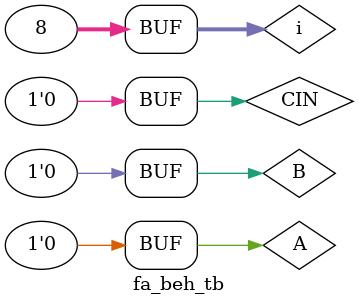
<source format=v>
module fa_beh(S, C, A, B, CIN);
    input A, B, CIN;
    output reg S, C;
    always @ (A or B or CIN)
        begin
            {S, C} = {A + B + CIN};
        end
endmodule

module fa_beh_tb;
    reg A, B, CIN;
    wire S, C;
    integer i;
    fa_beh tb(S, C, A, B, CIN);
    initial
    begin
        for (i=3'b0;i<8;i=i+1)
            begin
                {A, B, CIN} = i; #10;
            end
        {A, B, CIN} = 3'b0;
    end
endmodule


</source>
